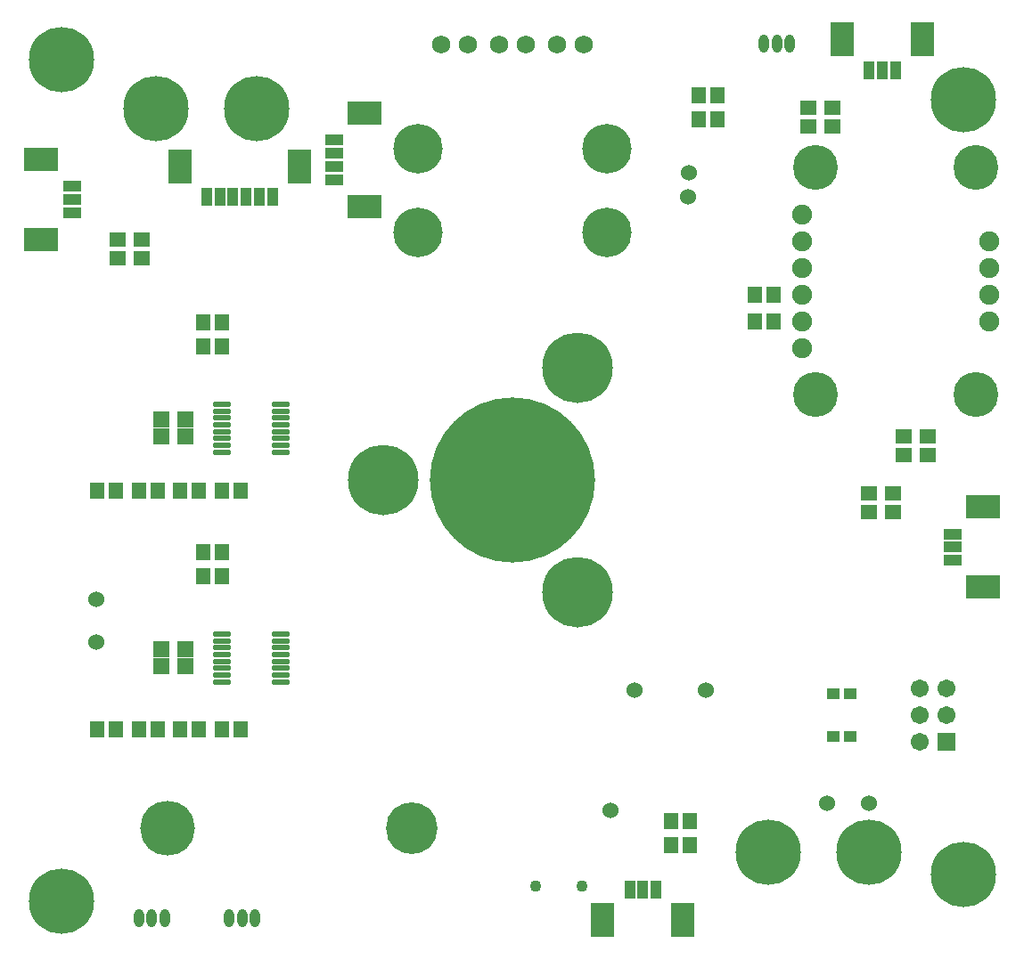
<source format=gts>
G04*
G04 #@! TF.GenerationSoftware,Altium Limited,Altium Designer,19.0.15 (446)*
G04*
G04 Layer_Color=8388736*
%FSLAX25Y25*%
%MOIN*%
G70*
G01*
G75*
%ADD26R,0.04737X0.04343*%
%ADD27R,0.06115X0.05328*%
%ADD28R,0.05328X0.06115*%
%ADD29R,0.06312X0.05918*%
%ADD30R,0.12611X0.09068*%
%ADD31R,0.07099X0.03950*%
%ADD32R,0.09068X0.12611*%
%ADD33R,0.03950X0.07099*%
%ADD34O,0.07099X0.02178*%
%ADD35C,0.26391*%
%ADD36C,0.06000*%
%ADD37C,0.04343*%
%ADD38C,0.06800*%
%ADD39C,0.24422*%
%ADD40O,0.03753X0.06706*%
%ADD41C,0.06706*%
%ADD42R,0.06706X0.06706*%
%ADD43C,0.16784*%
%ADD44C,0.07532*%
%ADD45C,0.61824*%
%ADD46C,0.18517*%
%ADD47C,0.20485*%
%ADD48C,0.19304*%
D26*
X295150Y77571D02*
D03*
Y61429D02*
D03*
X288850D02*
D03*
Y77571D02*
D03*
D27*
X30000Y247445D02*
D03*
Y240555D02*
D03*
X21000Y247500D02*
D03*
Y240610D02*
D03*
X288500Y296945D02*
D03*
Y290055D02*
D03*
X279500Y296945D02*
D03*
Y290055D02*
D03*
X302118Y145555D02*
D03*
Y152445D02*
D03*
X311000Y145555D02*
D03*
Y152445D02*
D03*
X324000Y173945D02*
D03*
Y167055D02*
D03*
X315000D02*
D03*
Y173945D02*
D03*
D28*
X228055Y30000D02*
D03*
X234945D02*
D03*
X228110Y21000D02*
D03*
X235000D02*
D03*
X245445Y292500D02*
D03*
X238555D02*
D03*
X245390Y301500D02*
D03*
X238500D02*
D03*
X266445Y216941D02*
D03*
X259555D02*
D03*
X266445Y226941D02*
D03*
X259555D02*
D03*
X13555Y153500D02*
D03*
X20445D02*
D03*
X29055D02*
D03*
X35945D02*
D03*
X66945D02*
D03*
X60055D02*
D03*
X51445D02*
D03*
X44555D02*
D03*
X59945Y216500D02*
D03*
X53055D02*
D03*
X59945Y207500D02*
D03*
X53055D02*
D03*
X13555Y64236D02*
D03*
X20445D02*
D03*
X29055D02*
D03*
X35945D02*
D03*
X66945D02*
D03*
X60055D02*
D03*
X51445D02*
D03*
X44555D02*
D03*
X59945Y130500D02*
D03*
X53055D02*
D03*
X59945Y121500D02*
D03*
X53055D02*
D03*
D29*
X46457Y180150D02*
D03*
Y173850D02*
D03*
X37457Y94150D02*
D03*
Y87850D02*
D03*
X37457Y173850D02*
D03*
Y180150D02*
D03*
X46457Y87850D02*
D03*
Y94150D02*
D03*
D30*
X113500Y259961D02*
D03*
Y294803D02*
D03*
X-7500Y277500D02*
D03*
Y247579D02*
D03*
X344709Y117539D02*
D03*
Y147461D02*
D03*
D31*
X102083Y279842D02*
D03*
Y274921D02*
D03*
Y270000D02*
D03*
X102083Y284764D02*
D03*
X3917Y257618D02*
D03*
Y262539D02*
D03*
Y267461D02*
D03*
X333291Y137421D02*
D03*
Y132500D02*
D03*
Y127579D02*
D03*
D32*
X292079Y322500D02*
D03*
X322000D02*
D03*
X232461Y-7209D02*
D03*
X202539D02*
D03*
X89000Y275000D02*
D03*
X44315D02*
D03*
D33*
X311961Y311083D02*
D03*
X307039D02*
D03*
X302118D02*
D03*
X212579Y4209D02*
D03*
X217500D02*
D03*
X222421D02*
D03*
X64197Y263583D02*
D03*
X69118Y263583D02*
D03*
X74039D02*
D03*
X78961D02*
D03*
X59276Y263484D02*
D03*
X54354D02*
D03*
D34*
X59976Y185957D02*
D03*
Y183398D02*
D03*
Y180839D02*
D03*
Y178279D02*
D03*
Y175721D02*
D03*
Y173161D02*
D03*
Y170602D02*
D03*
Y168043D02*
D03*
X82024Y185957D02*
D03*
Y183398D02*
D03*
Y180839D02*
D03*
Y178279D02*
D03*
Y175721D02*
D03*
Y173161D02*
D03*
Y170602D02*
D03*
Y168043D02*
D03*
X59976Y99957D02*
D03*
Y97398D02*
D03*
Y94839D02*
D03*
Y92279D02*
D03*
Y89720D02*
D03*
Y87161D02*
D03*
Y84602D02*
D03*
Y82043D02*
D03*
X82024Y99957D02*
D03*
Y97398D02*
D03*
Y94839D02*
D03*
Y92279D02*
D03*
Y89720D02*
D03*
Y87161D02*
D03*
Y84602D02*
D03*
Y82043D02*
D03*
D35*
X120323Y157500D02*
D03*
X192965Y199437D02*
D03*
Y115563D02*
D03*
D36*
X13087Y97000D02*
D03*
X234500Y263484D02*
D03*
X234650Y272500D02*
D03*
X205500Y34000D02*
D03*
X302000Y36500D02*
D03*
X286500D02*
D03*
X241000Y79000D02*
D03*
X214500D02*
D03*
X13087Y112850D02*
D03*
D37*
X194661Y5531D02*
D03*
X177339D02*
D03*
D38*
X173750Y320483D02*
D03*
X163750D02*
D03*
X185500Y320489D02*
D03*
X195500D02*
D03*
X152000Y320483D02*
D03*
X142000D02*
D03*
D39*
X337500Y300000D02*
D03*
Y10000D02*
D03*
X0Y0D02*
D03*
Y315000D02*
D03*
X72933Y296693D02*
D03*
X302067Y18307D02*
D03*
X264567D02*
D03*
X35433Y296693D02*
D03*
D40*
X72500Y-6500D02*
D03*
X67579D02*
D03*
X62657D02*
D03*
X262657Y321000D02*
D03*
X267579D02*
D03*
X272500D02*
D03*
X38764Y-6500D02*
D03*
X33843D02*
D03*
X28921D02*
D03*
D41*
X321000Y79516D02*
D03*
X331000D02*
D03*
X321000Y69516D02*
D03*
X331000D02*
D03*
X321000Y59516D02*
D03*
D42*
X331000D02*
D03*
D43*
X282000Y274500D02*
D03*
X342000D02*
D03*
X282000Y189500D02*
D03*
X342000D02*
D03*
D44*
X277000Y256941D02*
D03*
Y246941D02*
D03*
Y236941D02*
D03*
Y226941D02*
D03*
Y216941D02*
D03*
Y206941D02*
D03*
X347000Y216941D02*
D03*
Y226941D02*
D03*
Y236941D02*
D03*
Y246941D02*
D03*
D45*
X168750Y157500D02*
D03*
D46*
X204183Y281713D02*
D03*
Y250217D02*
D03*
X133317D02*
D03*
Y281713D02*
D03*
D47*
X39646Y27244D02*
D03*
D48*
X130984D02*
D03*
M02*

</source>
